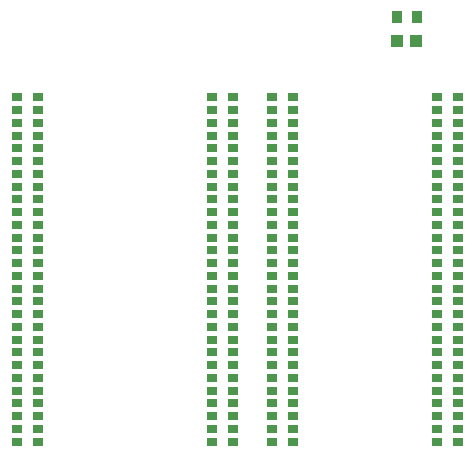
<source format=gtp>
G04 Layer: TopPasteMaskLayer*
G04 EasyEDA v6.5.34, 2023-09-15 23:54:46*
G04 069993ef92384b94ac11e72f319acd54,5a6b42c53f6a479593ecc07194224c93,10*
G04 Gerber Generator version 0.2*
G04 Scale: 100 percent, Rotated: No, Reflected: No *
G04 Dimensions in millimeters *
G04 leading zeros omitted , absolute positions ,4 integer and 5 decimal *
%FSLAX45Y45*%
%MOMM*%

%ADD10R,0.9000X0.7000*%
%ADD11R,1.0000X1.1000*%
%ADD12R,0.8999X1.0000*%

%LPD*%
D10*
G01*
X1107508Y2302883D03*
G01*
X924501Y2302883D03*
G01*
X924501Y2192875D03*
G01*
X1107508Y2192875D03*
G01*
X1107508Y2518783D03*
G01*
X924501Y2518783D03*
G01*
X924501Y2408775D03*
G01*
X1107508Y2408775D03*
G01*
X1107508Y2734683D03*
G01*
X924501Y2734683D03*
G01*
X924501Y2624675D03*
G01*
X1107508Y2624675D03*
G01*
X1107508Y2950583D03*
G01*
X924501Y2950583D03*
G01*
X924501Y2840575D03*
G01*
X1107508Y2840575D03*
G01*
X1107508Y3166483D03*
G01*
X924501Y3166483D03*
G01*
X924501Y3056475D03*
G01*
X1107508Y3056475D03*
G01*
X1107508Y3382383D03*
G01*
X924501Y3382383D03*
G01*
X924501Y3272375D03*
G01*
X1107508Y3272375D03*
G01*
X1107508Y3598283D03*
G01*
X924501Y3598283D03*
G01*
X924501Y3488275D03*
G01*
X1107508Y3488275D03*
G01*
X1107508Y3814183D03*
G01*
X924501Y3814183D03*
G01*
X924501Y3704175D03*
G01*
X1107508Y3704175D03*
G01*
X1107508Y4030083D03*
G01*
X924501Y4030083D03*
G01*
X924501Y3920075D03*
G01*
X1107508Y3920075D03*
G01*
X1107508Y4245983D03*
G01*
X924501Y4245983D03*
G01*
X924501Y4135975D03*
G01*
X1107508Y4135975D03*
G01*
X1107508Y4461883D03*
G01*
X924501Y4461883D03*
G01*
X924501Y4351875D03*
G01*
X1107508Y4351875D03*
G01*
X1107508Y4677783D03*
G01*
X924501Y4677783D03*
G01*
X924501Y4567775D03*
G01*
X1107508Y4567775D03*
G01*
X1107508Y4893683D03*
G01*
X924501Y4893683D03*
G01*
X924501Y4783675D03*
G01*
X1107508Y4783675D03*
G01*
X2758508Y4893683D03*
G01*
X2575501Y4893683D03*
G01*
X2575501Y4783675D03*
G01*
X2758508Y4783675D03*
G01*
X2758508Y4677783D03*
G01*
X2575501Y4677783D03*
G01*
X2575501Y4567775D03*
G01*
X2758508Y4567775D03*
G01*
X2758508Y4461883D03*
G01*
X2575501Y4461883D03*
G01*
X2575501Y4351875D03*
G01*
X2758508Y4351875D03*
G01*
X2758508Y4245983D03*
G01*
X2575501Y4245983D03*
G01*
X2575501Y4135975D03*
G01*
X2758508Y4135975D03*
G01*
X2758508Y4030083D03*
G01*
X2575501Y4030083D03*
G01*
X2575501Y3920075D03*
G01*
X2758508Y3920075D03*
G01*
X2758508Y3814183D03*
G01*
X2575501Y3814183D03*
G01*
X2575501Y3704175D03*
G01*
X2758508Y3704175D03*
G01*
X2758508Y3598283D03*
G01*
X2575501Y3598283D03*
G01*
X2575501Y3488275D03*
G01*
X2758508Y3488275D03*
G01*
X2758508Y3382383D03*
G01*
X2575501Y3382383D03*
G01*
X2575501Y3272375D03*
G01*
X2758508Y3272375D03*
G01*
X2758508Y3166483D03*
G01*
X2575501Y3166483D03*
G01*
X2575501Y3056475D03*
G01*
X2758508Y3056475D03*
G01*
X2758508Y2950583D03*
G01*
X2575501Y2950583D03*
G01*
X2575501Y2840575D03*
G01*
X2758508Y2840575D03*
G01*
X2758508Y2734683D03*
G01*
X2575501Y2734683D03*
G01*
X2575501Y2624675D03*
G01*
X2758508Y2624675D03*
G01*
X2758508Y2518783D03*
G01*
X2575501Y2518783D03*
G01*
X2575501Y2408775D03*
G01*
X2758508Y2408775D03*
G01*
X2758508Y2302883D03*
G01*
X2575501Y2302883D03*
G01*
X2575501Y2192875D03*
G01*
X2758508Y2192875D03*
G01*
X2758508Y2086983D03*
G01*
X2575501Y2086983D03*
G01*
X2575501Y1976975D03*
G01*
X2758508Y1976975D03*
G01*
X3266508Y4893683D03*
G01*
X3083501Y4893683D03*
G01*
X3083501Y4783675D03*
G01*
X3266508Y4783675D03*
G01*
X3266508Y4677783D03*
G01*
X3083501Y4677783D03*
G01*
X3083501Y4567775D03*
G01*
X3266508Y4567775D03*
G01*
X3266508Y4461883D03*
G01*
X3083501Y4461883D03*
G01*
X3083501Y4351875D03*
G01*
X3266508Y4351875D03*
G01*
X3266508Y4245983D03*
G01*
X3083501Y4245983D03*
G01*
X3083501Y4135975D03*
G01*
X3266508Y4135975D03*
G01*
X3266508Y4030083D03*
G01*
X3083501Y4030083D03*
G01*
X3083501Y3920075D03*
G01*
X3266508Y3920075D03*
G01*
X3266508Y3814183D03*
G01*
X3083501Y3814183D03*
G01*
X3083501Y3704175D03*
G01*
X3266508Y3704175D03*
G01*
X3266508Y3598283D03*
G01*
X3083501Y3598283D03*
G01*
X3083501Y3488275D03*
G01*
X3266508Y3488275D03*
G01*
X3266508Y3382383D03*
G01*
X3083501Y3382383D03*
G01*
X3083501Y3272375D03*
G01*
X3266508Y3272375D03*
G01*
X3266508Y3166483D03*
G01*
X3083501Y3166483D03*
G01*
X3083501Y3056475D03*
G01*
X3266508Y3056475D03*
G01*
X3266508Y2950583D03*
G01*
X3083501Y2950583D03*
G01*
X3083501Y2840575D03*
G01*
X3266508Y2840575D03*
G01*
X3266508Y2734683D03*
G01*
X3083501Y2734683D03*
G01*
X3083501Y2624675D03*
G01*
X3266508Y2624675D03*
G01*
X3266508Y2518783D03*
G01*
X3083501Y2518783D03*
G01*
X3083501Y2408775D03*
G01*
X3266508Y2408775D03*
G01*
X3266508Y2302883D03*
G01*
X3083501Y2302883D03*
G01*
X3083501Y2192875D03*
G01*
X3266508Y2192875D03*
G01*
X3266508Y2086983D03*
G01*
X3083501Y2086983D03*
G01*
X3083501Y1976975D03*
G01*
X3266508Y1976975D03*
G01*
X4663508Y4893683D03*
G01*
X4480476Y4893683D03*
G01*
X4480501Y4783675D03*
G01*
X4663508Y4783675D03*
G01*
X4663508Y4677783D03*
G01*
X4480476Y4677783D03*
G01*
X4480501Y4567775D03*
G01*
X4663508Y4567775D03*
G01*
X4663508Y4461883D03*
G01*
X4480476Y4461883D03*
G01*
X4480501Y4351875D03*
G01*
X4663508Y4351875D03*
G01*
X4663508Y4245983D03*
G01*
X4480476Y4245983D03*
G01*
X4480501Y4135975D03*
G01*
X4663508Y4135975D03*
G01*
X4663508Y4030083D03*
G01*
X4480476Y4030083D03*
G01*
X4480501Y3920075D03*
G01*
X4663508Y3920075D03*
G01*
X4663508Y3814183D03*
G01*
X4480476Y3814183D03*
G01*
X4480501Y3704175D03*
G01*
X4663508Y3704175D03*
G01*
X4663508Y3598283D03*
G01*
X4480476Y3598283D03*
G01*
X4480501Y3488275D03*
G01*
X4663508Y3488275D03*
G01*
X4663508Y3382383D03*
G01*
X4480476Y3382383D03*
G01*
X4480501Y3272375D03*
G01*
X4663508Y3272375D03*
G01*
X4663508Y3166483D03*
G01*
X4480476Y3166483D03*
G01*
X4480501Y3056475D03*
G01*
X4663508Y3056475D03*
G01*
X4663508Y2950583D03*
G01*
X4480476Y2950583D03*
G01*
X4480501Y2840575D03*
G01*
X4663508Y2840575D03*
G01*
X4663508Y2734683D03*
G01*
X4480476Y2734683D03*
G01*
X4480501Y2624675D03*
G01*
X4663508Y2624675D03*
G01*
X4663508Y2518783D03*
G01*
X4480476Y2518783D03*
G01*
X4480501Y2408775D03*
G01*
X4663508Y2408775D03*
G01*
X4663508Y2302883D03*
G01*
X4480476Y2302883D03*
G01*
X4480501Y2192875D03*
G01*
X4663508Y2192875D03*
G01*
X4663508Y2086983D03*
G01*
X4480476Y2086983D03*
G01*
X4480501Y1976975D03*
G01*
X4663508Y1976975D03*
G01*
X1107508Y2086983D03*
G01*
X924501Y2086983D03*
G01*
X924501Y1976975D03*
G01*
X1107508Y1976975D03*
D11*
G01*
X4149082Y5372092D03*
G01*
X4309076Y5372092D03*
D12*
G01*
X4144078Y5575292D03*
G01*
X4314080Y5575292D03*
M02*

</source>
